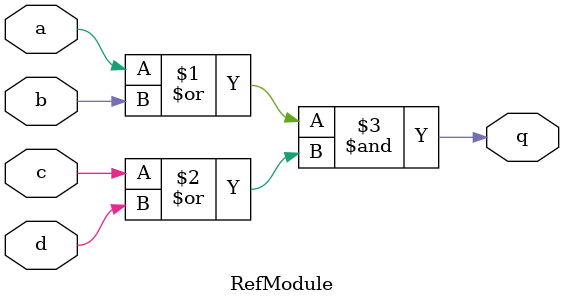
<source format=sv>

module RefModule (
  input a,
  input b,
  input c,
  input d,
  output q
);

  assign q = (a|b) & (c|d);

endmodule

</source>
